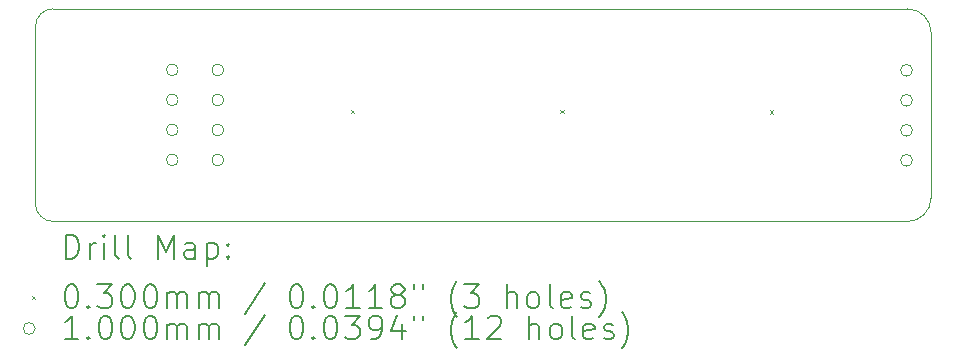
<source format=gbr>
%TF.GenerationSoftware,KiCad,Pcbnew,8.0.8*%
%TF.CreationDate,2025-10-01T21:52:52+01:00*%
%TF.ProjectId,3S_coinHolder_LIR1654.kicad_pro,33535f63-6f69-46e4-986f-6c6465725f4c,rev?*%
%TF.SameCoordinates,Original*%
%TF.FileFunction,Drillmap*%
%TF.FilePolarity,Positive*%
%FSLAX45Y45*%
G04 Gerber Fmt 4.5, Leading zero omitted, Abs format (unit mm)*
G04 Created by KiCad (PCBNEW 8.0.8) date 2025-10-01 21:52:52*
%MOMM*%
%LPD*%
G01*
G04 APERTURE LIST*
%ADD10C,0.050000*%
%ADD11C,0.200000*%
%ADD12C,0.100000*%
G04 APERTURE END LIST*
D10*
X11291421Y-10875000D02*
G75*
G02*
X11141420Y-10725000I-1J150000D01*
G01*
X18725000Y-9275000D02*
X18725000Y-10675000D01*
X18525000Y-9075000D02*
G75*
G02*
X18725000Y-9275000I0J-200000D01*
G01*
X18725000Y-10675000D02*
G75*
G02*
X18525000Y-10875000I-200000J0D01*
G01*
X11141421Y-9225000D02*
X11141421Y-10725000D01*
X18525000Y-10875000D02*
X11291421Y-10875000D01*
X18525000Y-9075000D02*
X11291421Y-9075000D01*
X11141421Y-9225000D02*
G75*
G02*
X11291421Y-9075001I149999J0D01*
G01*
D11*
D12*
X13810568Y-9930641D02*
X13840568Y-9960641D01*
X13840568Y-9930641D02*
X13810568Y-9960641D01*
X15585568Y-9930641D02*
X15615568Y-9960641D01*
X15615568Y-9930641D02*
X15585568Y-9960641D01*
X17358105Y-9933105D02*
X17388105Y-9963105D01*
X17388105Y-9933105D02*
X17358105Y-9963105D01*
X12350000Y-9592000D02*
G75*
G02*
X12250000Y-9592000I-50000J0D01*
G01*
X12250000Y-9592000D02*
G75*
G02*
X12350000Y-9592000I50000J0D01*
G01*
X12350000Y-9846000D02*
G75*
G02*
X12250000Y-9846000I-50000J0D01*
G01*
X12250000Y-9846000D02*
G75*
G02*
X12350000Y-9846000I50000J0D01*
G01*
X12350000Y-10100000D02*
G75*
G02*
X12250000Y-10100000I-50000J0D01*
G01*
X12250000Y-10100000D02*
G75*
G02*
X12350000Y-10100000I50000J0D01*
G01*
X12350000Y-10354000D02*
G75*
G02*
X12250000Y-10354000I-50000J0D01*
G01*
X12250000Y-10354000D02*
G75*
G02*
X12350000Y-10354000I50000J0D01*
G01*
X12735121Y-9593000D02*
G75*
G02*
X12635121Y-9593000I-50000J0D01*
G01*
X12635121Y-9593000D02*
G75*
G02*
X12735121Y-9593000I50000J0D01*
G01*
X12735121Y-9847000D02*
G75*
G02*
X12635121Y-9847000I-50000J0D01*
G01*
X12635121Y-9847000D02*
G75*
G02*
X12735121Y-9847000I50000J0D01*
G01*
X12735121Y-10101000D02*
G75*
G02*
X12635121Y-10101000I-50000J0D01*
G01*
X12635121Y-10101000D02*
G75*
G02*
X12735121Y-10101000I50000J0D01*
G01*
X12735121Y-10355000D02*
G75*
G02*
X12635121Y-10355000I-50000J0D01*
G01*
X12635121Y-10355000D02*
G75*
G02*
X12735121Y-10355000I50000J0D01*
G01*
X18566421Y-9595000D02*
G75*
G02*
X18466421Y-9595000I-50000J0D01*
G01*
X18466421Y-9595000D02*
G75*
G02*
X18566421Y-9595000I50000J0D01*
G01*
X18566421Y-9849000D02*
G75*
G02*
X18466421Y-9849000I-50000J0D01*
G01*
X18466421Y-9849000D02*
G75*
G02*
X18566421Y-9849000I50000J0D01*
G01*
X18566421Y-10103000D02*
G75*
G02*
X18466421Y-10103000I-50000J0D01*
G01*
X18466421Y-10103000D02*
G75*
G02*
X18566421Y-10103000I50000J0D01*
G01*
X18566421Y-10357000D02*
G75*
G02*
X18466421Y-10357000I-50000J0D01*
G01*
X18466421Y-10357000D02*
G75*
G02*
X18566421Y-10357000I50000J0D01*
G01*
D11*
X11399698Y-11188984D02*
X11399698Y-10988984D01*
X11399698Y-10988984D02*
X11447317Y-10988984D01*
X11447317Y-10988984D02*
X11475889Y-10998508D01*
X11475889Y-10998508D02*
X11494936Y-11017555D01*
X11494936Y-11017555D02*
X11504460Y-11036603D01*
X11504460Y-11036603D02*
X11513984Y-11074698D01*
X11513984Y-11074698D02*
X11513984Y-11103270D01*
X11513984Y-11103270D02*
X11504460Y-11141365D01*
X11504460Y-11141365D02*
X11494936Y-11160412D01*
X11494936Y-11160412D02*
X11475889Y-11179460D01*
X11475889Y-11179460D02*
X11447317Y-11188984D01*
X11447317Y-11188984D02*
X11399698Y-11188984D01*
X11599698Y-11188984D02*
X11599698Y-11055650D01*
X11599698Y-11093746D02*
X11609222Y-11074698D01*
X11609222Y-11074698D02*
X11618746Y-11065174D01*
X11618746Y-11065174D02*
X11637793Y-11055650D01*
X11637793Y-11055650D02*
X11656841Y-11055650D01*
X11723508Y-11188984D02*
X11723508Y-11055650D01*
X11723508Y-10988984D02*
X11713984Y-10998508D01*
X11713984Y-10998508D02*
X11723508Y-11008031D01*
X11723508Y-11008031D02*
X11733031Y-10998508D01*
X11733031Y-10998508D02*
X11723508Y-10988984D01*
X11723508Y-10988984D02*
X11723508Y-11008031D01*
X11847317Y-11188984D02*
X11828270Y-11179460D01*
X11828270Y-11179460D02*
X11818746Y-11160412D01*
X11818746Y-11160412D02*
X11818746Y-10988984D01*
X11952079Y-11188984D02*
X11933031Y-11179460D01*
X11933031Y-11179460D02*
X11923508Y-11160412D01*
X11923508Y-11160412D02*
X11923508Y-10988984D01*
X12180651Y-11188984D02*
X12180651Y-10988984D01*
X12180651Y-10988984D02*
X12247317Y-11131841D01*
X12247317Y-11131841D02*
X12313984Y-10988984D01*
X12313984Y-10988984D02*
X12313984Y-11188984D01*
X12494936Y-11188984D02*
X12494936Y-11084222D01*
X12494936Y-11084222D02*
X12485412Y-11065174D01*
X12485412Y-11065174D02*
X12466365Y-11055650D01*
X12466365Y-11055650D02*
X12428270Y-11055650D01*
X12428270Y-11055650D02*
X12409222Y-11065174D01*
X12494936Y-11179460D02*
X12475889Y-11188984D01*
X12475889Y-11188984D02*
X12428270Y-11188984D01*
X12428270Y-11188984D02*
X12409222Y-11179460D01*
X12409222Y-11179460D02*
X12399698Y-11160412D01*
X12399698Y-11160412D02*
X12399698Y-11141365D01*
X12399698Y-11141365D02*
X12409222Y-11122317D01*
X12409222Y-11122317D02*
X12428270Y-11112793D01*
X12428270Y-11112793D02*
X12475889Y-11112793D01*
X12475889Y-11112793D02*
X12494936Y-11103270D01*
X12590174Y-11055650D02*
X12590174Y-11255650D01*
X12590174Y-11065174D02*
X12609222Y-11055650D01*
X12609222Y-11055650D02*
X12647317Y-11055650D01*
X12647317Y-11055650D02*
X12666365Y-11065174D01*
X12666365Y-11065174D02*
X12675889Y-11074698D01*
X12675889Y-11074698D02*
X12685412Y-11093746D01*
X12685412Y-11093746D02*
X12685412Y-11150889D01*
X12685412Y-11150889D02*
X12675889Y-11169936D01*
X12675889Y-11169936D02*
X12666365Y-11179460D01*
X12666365Y-11179460D02*
X12647317Y-11188984D01*
X12647317Y-11188984D02*
X12609222Y-11188984D01*
X12609222Y-11188984D02*
X12590174Y-11179460D01*
X12771127Y-11169936D02*
X12780651Y-11179460D01*
X12780651Y-11179460D02*
X12771127Y-11188984D01*
X12771127Y-11188984D02*
X12761603Y-11179460D01*
X12761603Y-11179460D02*
X12771127Y-11169936D01*
X12771127Y-11169936D02*
X12771127Y-11188984D01*
X12771127Y-11065174D02*
X12780651Y-11074698D01*
X12780651Y-11074698D02*
X12771127Y-11084222D01*
X12771127Y-11084222D02*
X12761603Y-11074698D01*
X12761603Y-11074698D02*
X12771127Y-11065174D01*
X12771127Y-11065174D02*
X12771127Y-11084222D01*
D12*
X11108921Y-11502500D02*
X11138921Y-11532500D01*
X11138921Y-11502500D02*
X11108921Y-11532500D01*
D11*
X11437793Y-11408984D02*
X11456841Y-11408984D01*
X11456841Y-11408984D02*
X11475889Y-11418508D01*
X11475889Y-11418508D02*
X11485412Y-11428031D01*
X11485412Y-11428031D02*
X11494936Y-11447079D01*
X11494936Y-11447079D02*
X11504460Y-11485174D01*
X11504460Y-11485174D02*
X11504460Y-11532793D01*
X11504460Y-11532793D02*
X11494936Y-11570888D01*
X11494936Y-11570888D02*
X11485412Y-11589936D01*
X11485412Y-11589936D02*
X11475889Y-11599460D01*
X11475889Y-11599460D02*
X11456841Y-11608984D01*
X11456841Y-11608984D02*
X11437793Y-11608984D01*
X11437793Y-11608984D02*
X11418746Y-11599460D01*
X11418746Y-11599460D02*
X11409222Y-11589936D01*
X11409222Y-11589936D02*
X11399698Y-11570888D01*
X11399698Y-11570888D02*
X11390174Y-11532793D01*
X11390174Y-11532793D02*
X11390174Y-11485174D01*
X11390174Y-11485174D02*
X11399698Y-11447079D01*
X11399698Y-11447079D02*
X11409222Y-11428031D01*
X11409222Y-11428031D02*
X11418746Y-11418508D01*
X11418746Y-11418508D02*
X11437793Y-11408984D01*
X11590174Y-11589936D02*
X11599698Y-11599460D01*
X11599698Y-11599460D02*
X11590174Y-11608984D01*
X11590174Y-11608984D02*
X11580651Y-11599460D01*
X11580651Y-11599460D02*
X11590174Y-11589936D01*
X11590174Y-11589936D02*
X11590174Y-11608984D01*
X11666365Y-11408984D02*
X11790174Y-11408984D01*
X11790174Y-11408984D02*
X11723508Y-11485174D01*
X11723508Y-11485174D02*
X11752079Y-11485174D01*
X11752079Y-11485174D02*
X11771127Y-11494698D01*
X11771127Y-11494698D02*
X11780651Y-11504222D01*
X11780651Y-11504222D02*
X11790174Y-11523269D01*
X11790174Y-11523269D02*
X11790174Y-11570888D01*
X11790174Y-11570888D02*
X11780651Y-11589936D01*
X11780651Y-11589936D02*
X11771127Y-11599460D01*
X11771127Y-11599460D02*
X11752079Y-11608984D01*
X11752079Y-11608984D02*
X11694936Y-11608984D01*
X11694936Y-11608984D02*
X11675889Y-11599460D01*
X11675889Y-11599460D02*
X11666365Y-11589936D01*
X11913984Y-11408984D02*
X11933032Y-11408984D01*
X11933032Y-11408984D02*
X11952079Y-11418508D01*
X11952079Y-11418508D02*
X11961603Y-11428031D01*
X11961603Y-11428031D02*
X11971127Y-11447079D01*
X11971127Y-11447079D02*
X11980651Y-11485174D01*
X11980651Y-11485174D02*
X11980651Y-11532793D01*
X11980651Y-11532793D02*
X11971127Y-11570888D01*
X11971127Y-11570888D02*
X11961603Y-11589936D01*
X11961603Y-11589936D02*
X11952079Y-11599460D01*
X11952079Y-11599460D02*
X11933032Y-11608984D01*
X11933032Y-11608984D02*
X11913984Y-11608984D01*
X11913984Y-11608984D02*
X11894936Y-11599460D01*
X11894936Y-11599460D02*
X11885412Y-11589936D01*
X11885412Y-11589936D02*
X11875889Y-11570888D01*
X11875889Y-11570888D02*
X11866365Y-11532793D01*
X11866365Y-11532793D02*
X11866365Y-11485174D01*
X11866365Y-11485174D02*
X11875889Y-11447079D01*
X11875889Y-11447079D02*
X11885412Y-11428031D01*
X11885412Y-11428031D02*
X11894936Y-11418508D01*
X11894936Y-11418508D02*
X11913984Y-11408984D01*
X12104460Y-11408984D02*
X12123508Y-11408984D01*
X12123508Y-11408984D02*
X12142555Y-11418508D01*
X12142555Y-11418508D02*
X12152079Y-11428031D01*
X12152079Y-11428031D02*
X12161603Y-11447079D01*
X12161603Y-11447079D02*
X12171127Y-11485174D01*
X12171127Y-11485174D02*
X12171127Y-11532793D01*
X12171127Y-11532793D02*
X12161603Y-11570888D01*
X12161603Y-11570888D02*
X12152079Y-11589936D01*
X12152079Y-11589936D02*
X12142555Y-11599460D01*
X12142555Y-11599460D02*
X12123508Y-11608984D01*
X12123508Y-11608984D02*
X12104460Y-11608984D01*
X12104460Y-11608984D02*
X12085412Y-11599460D01*
X12085412Y-11599460D02*
X12075889Y-11589936D01*
X12075889Y-11589936D02*
X12066365Y-11570888D01*
X12066365Y-11570888D02*
X12056841Y-11532793D01*
X12056841Y-11532793D02*
X12056841Y-11485174D01*
X12056841Y-11485174D02*
X12066365Y-11447079D01*
X12066365Y-11447079D02*
X12075889Y-11428031D01*
X12075889Y-11428031D02*
X12085412Y-11418508D01*
X12085412Y-11418508D02*
X12104460Y-11408984D01*
X12256841Y-11608984D02*
X12256841Y-11475650D01*
X12256841Y-11494698D02*
X12266365Y-11485174D01*
X12266365Y-11485174D02*
X12285412Y-11475650D01*
X12285412Y-11475650D02*
X12313984Y-11475650D01*
X12313984Y-11475650D02*
X12333032Y-11485174D01*
X12333032Y-11485174D02*
X12342555Y-11504222D01*
X12342555Y-11504222D02*
X12342555Y-11608984D01*
X12342555Y-11504222D02*
X12352079Y-11485174D01*
X12352079Y-11485174D02*
X12371127Y-11475650D01*
X12371127Y-11475650D02*
X12399698Y-11475650D01*
X12399698Y-11475650D02*
X12418746Y-11485174D01*
X12418746Y-11485174D02*
X12428270Y-11504222D01*
X12428270Y-11504222D02*
X12428270Y-11608984D01*
X12523508Y-11608984D02*
X12523508Y-11475650D01*
X12523508Y-11494698D02*
X12533032Y-11485174D01*
X12533032Y-11485174D02*
X12552079Y-11475650D01*
X12552079Y-11475650D02*
X12580651Y-11475650D01*
X12580651Y-11475650D02*
X12599698Y-11485174D01*
X12599698Y-11485174D02*
X12609222Y-11504222D01*
X12609222Y-11504222D02*
X12609222Y-11608984D01*
X12609222Y-11504222D02*
X12618746Y-11485174D01*
X12618746Y-11485174D02*
X12637793Y-11475650D01*
X12637793Y-11475650D02*
X12666365Y-11475650D01*
X12666365Y-11475650D02*
X12685413Y-11485174D01*
X12685413Y-11485174D02*
X12694936Y-11504222D01*
X12694936Y-11504222D02*
X12694936Y-11608984D01*
X13085413Y-11399460D02*
X12913984Y-11656603D01*
X13342555Y-11408984D02*
X13361603Y-11408984D01*
X13361603Y-11408984D02*
X13380651Y-11418508D01*
X13380651Y-11418508D02*
X13390175Y-11428031D01*
X13390175Y-11428031D02*
X13399698Y-11447079D01*
X13399698Y-11447079D02*
X13409222Y-11485174D01*
X13409222Y-11485174D02*
X13409222Y-11532793D01*
X13409222Y-11532793D02*
X13399698Y-11570888D01*
X13399698Y-11570888D02*
X13390175Y-11589936D01*
X13390175Y-11589936D02*
X13380651Y-11599460D01*
X13380651Y-11599460D02*
X13361603Y-11608984D01*
X13361603Y-11608984D02*
X13342555Y-11608984D01*
X13342555Y-11608984D02*
X13323508Y-11599460D01*
X13323508Y-11599460D02*
X13313984Y-11589936D01*
X13313984Y-11589936D02*
X13304460Y-11570888D01*
X13304460Y-11570888D02*
X13294936Y-11532793D01*
X13294936Y-11532793D02*
X13294936Y-11485174D01*
X13294936Y-11485174D02*
X13304460Y-11447079D01*
X13304460Y-11447079D02*
X13313984Y-11428031D01*
X13313984Y-11428031D02*
X13323508Y-11418508D01*
X13323508Y-11418508D02*
X13342555Y-11408984D01*
X13494936Y-11589936D02*
X13504460Y-11599460D01*
X13504460Y-11599460D02*
X13494936Y-11608984D01*
X13494936Y-11608984D02*
X13485413Y-11599460D01*
X13485413Y-11599460D02*
X13494936Y-11589936D01*
X13494936Y-11589936D02*
X13494936Y-11608984D01*
X13628270Y-11408984D02*
X13647317Y-11408984D01*
X13647317Y-11408984D02*
X13666365Y-11418508D01*
X13666365Y-11418508D02*
X13675889Y-11428031D01*
X13675889Y-11428031D02*
X13685413Y-11447079D01*
X13685413Y-11447079D02*
X13694936Y-11485174D01*
X13694936Y-11485174D02*
X13694936Y-11532793D01*
X13694936Y-11532793D02*
X13685413Y-11570888D01*
X13685413Y-11570888D02*
X13675889Y-11589936D01*
X13675889Y-11589936D02*
X13666365Y-11599460D01*
X13666365Y-11599460D02*
X13647317Y-11608984D01*
X13647317Y-11608984D02*
X13628270Y-11608984D01*
X13628270Y-11608984D02*
X13609222Y-11599460D01*
X13609222Y-11599460D02*
X13599698Y-11589936D01*
X13599698Y-11589936D02*
X13590175Y-11570888D01*
X13590175Y-11570888D02*
X13580651Y-11532793D01*
X13580651Y-11532793D02*
X13580651Y-11485174D01*
X13580651Y-11485174D02*
X13590175Y-11447079D01*
X13590175Y-11447079D02*
X13599698Y-11428031D01*
X13599698Y-11428031D02*
X13609222Y-11418508D01*
X13609222Y-11418508D02*
X13628270Y-11408984D01*
X13885413Y-11608984D02*
X13771127Y-11608984D01*
X13828270Y-11608984D02*
X13828270Y-11408984D01*
X13828270Y-11408984D02*
X13809222Y-11437555D01*
X13809222Y-11437555D02*
X13790175Y-11456603D01*
X13790175Y-11456603D02*
X13771127Y-11466127D01*
X14075889Y-11608984D02*
X13961603Y-11608984D01*
X14018746Y-11608984D02*
X14018746Y-11408984D01*
X14018746Y-11408984D02*
X13999698Y-11437555D01*
X13999698Y-11437555D02*
X13980651Y-11456603D01*
X13980651Y-11456603D02*
X13961603Y-11466127D01*
X14190175Y-11494698D02*
X14171127Y-11485174D01*
X14171127Y-11485174D02*
X14161603Y-11475650D01*
X14161603Y-11475650D02*
X14152079Y-11456603D01*
X14152079Y-11456603D02*
X14152079Y-11447079D01*
X14152079Y-11447079D02*
X14161603Y-11428031D01*
X14161603Y-11428031D02*
X14171127Y-11418508D01*
X14171127Y-11418508D02*
X14190175Y-11408984D01*
X14190175Y-11408984D02*
X14228270Y-11408984D01*
X14228270Y-11408984D02*
X14247317Y-11418508D01*
X14247317Y-11418508D02*
X14256841Y-11428031D01*
X14256841Y-11428031D02*
X14266365Y-11447079D01*
X14266365Y-11447079D02*
X14266365Y-11456603D01*
X14266365Y-11456603D02*
X14256841Y-11475650D01*
X14256841Y-11475650D02*
X14247317Y-11485174D01*
X14247317Y-11485174D02*
X14228270Y-11494698D01*
X14228270Y-11494698D02*
X14190175Y-11494698D01*
X14190175Y-11494698D02*
X14171127Y-11504222D01*
X14171127Y-11504222D02*
X14161603Y-11513746D01*
X14161603Y-11513746D02*
X14152079Y-11532793D01*
X14152079Y-11532793D02*
X14152079Y-11570888D01*
X14152079Y-11570888D02*
X14161603Y-11589936D01*
X14161603Y-11589936D02*
X14171127Y-11599460D01*
X14171127Y-11599460D02*
X14190175Y-11608984D01*
X14190175Y-11608984D02*
X14228270Y-11608984D01*
X14228270Y-11608984D02*
X14247317Y-11599460D01*
X14247317Y-11599460D02*
X14256841Y-11589936D01*
X14256841Y-11589936D02*
X14266365Y-11570888D01*
X14266365Y-11570888D02*
X14266365Y-11532793D01*
X14266365Y-11532793D02*
X14256841Y-11513746D01*
X14256841Y-11513746D02*
X14247317Y-11504222D01*
X14247317Y-11504222D02*
X14228270Y-11494698D01*
X14342556Y-11408984D02*
X14342556Y-11447079D01*
X14418746Y-11408984D02*
X14418746Y-11447079D01*
X14713984Y-11685174D02*
X14704460Y-11675650D01*
X14704460Y-11675650D02*
X14685413Y-11647079D01*
X14685413Y-11647079D02*
X14675889Y-11628031D01*
X14675889Y-11628031D02*
X14666365Y-11599460D01*
X14666365Y-11599460D02*
X14656841Y-11551841D01*
X14656841Y-11551841D02*
X14656841Y-11513746D01*
X14656841Y-11513746D02*
X14666365Y-11466127D01*
X14666365Y-11466127D02*
X14675889Y-11437555D01*
X14675889Y-11437555D02*
X14685413Y-11418508D01*
X14685413Y-11418508D02*
X14704460Y-11389936D01*
X14704460Y-11389936D02*
X14713984Y-11380412D01*
X14771127Y-11408984D02*
X14894937Y-11408984D01*
X14894937Y-11408984D02*
X14828270Y-11485174D01*
X14828270Y-11485174D02*
X14856841Y-11485174D01*
X14856841Y-11485174D02*
X14875889Y-11494698D01*
X14875889Y-11494698D02*
X14885413Y-11504222D01*
X14885413Y-11504222D02*
X14894937Y-11523269D01*
X14894937Y-11523269D02*
X14894937Y-11570888D01*
X14894937Y-11570888D02*
X14885413Y-11589936D01*
X14885413Y-11589936D02*
X14875889Y-11599460D01*
X14875889Y-11599460D02*
X14856841Y-11608984D01*
X14856841Y-11608984D02*
X14799698Y-11608984D01*
X14799698Y-11608984D02*
X14780651Y-11599460D01*
X14780651Y-11599460D02*
X14771127Y-11589936D01*
X15133032Y-11608984D02*
X15133032Y-11408984D01*
X15218746Y-11608984D02*
X15218746Y-11504222D01*
X15218746Y-11504222D02*
X15209222Y-11485174D01*
X15209222Y-11485174D02*
X15190175Y-11475650D01*
X15190175Y-11475650D02*
X15161603Y-11475650D01*
X15161603Y-11475650D02*
X15142556Y-11485174D01*
X15142556Y-11485174D02*
X15133032Y-11494698D01*
X15342556Y-11608984D02*
X15323508Y-11599460D01*
X15323508Y-11599460D02*
X15313984Y-11589936D01*
X15313984Y-11589936D02*
X15304460Y-11570888D01*
X15304460Y-11570888D02*
X15304460Y-11513746D01*
X15304460Y-11513746D02*
X15313984Y-11494698D01*
X15313984Y-11494698D02*
X15323508Y-11485174D01*
X15323508Y-11485174D02*
X15342556Y-11475650D01*
X15342556Y-11475650D02*
X15371127Y-11475650D01*
X15371127Y-11475650D02*
X15390175Y-11485174D01*
X15390175Y-11485174D02*
X15399699Y-11494698D01*
X15399699Y-11494698D02*
X15409222Y-11513746D01*
X15409222Y-11513746D02*
X15409222Y-11570888D01*
X15409222Y-11570888D02*
X15399699Y-11589936D01*
X15399699Y-11589936D02*
X15390175Y-11599460D01*
X15390175Y-11599460D02*
X15371127Y-11608984D01*
X15371127Y-11608984D02*
X15342556Y-11608984D01*
X15523508Y-11608984D02*
X15504460Y-11599460D01*
X15504460Y-11599460D02*
X15494937Y-11580412D01*
X15494937Y-11580412D02*
X15494937Y-11408984D01*
X15675889Y-11599460D02*
X15656841Y-11608984D01*
X15656841Y-11608984D02*
X15618746Y-11608984D01*
X15618746Y-11608984D02*
X15599699Y-11599460D01*
X15599699Y-11599460D02*
X15590175Y-11580412D01*
X15590175Y-11580412D02*
X15590175Y-11504222D01*
X15590175Y-11504222D02*
X15599699Y-11485174D01*
X15599699Y-11485174D02*
X15618746Y-11475650D01*
X15618746Y-11475650D02*
X15656841Y-11475650D01*
X15656841Y-11475650D02*
X15675889Y-11485174D01*
X15675889Y-11485174D02*
X15685413Y-11504222D01*
X15685413Y-11504222D02*
X15685413Y-11523269D01*
X15685413Y-11523269D02*
X15590175Y-11542317D01*
X15761603Y-11599460D02*
X15780651Y-11608984D01*
X15780651Y-11608984D02*
X15818746Y-11608984D01*
X15818746Y-11608984D02*
X15837794Y-11599460D01*
X15837794Y-11599460D02*
X15847318Y-11580412D01*
X15847318Y-11580412D02*
X15847318Y-11570888D01*
X15847318Y-11570888D02*
X15837794Y-11551841D01*
X15837794Y-11551841D02*
X15818746Y-11542317D01*
X15818746Y-11542317D02*
X15790175Y-11542317D01*
X15790175Y-11542317D02*
X15771127Y-11532793D01*
X15771127Y-11532793D02*
X15761603Y-11513746D01*
X15761603Y-11513746D02*
X15761603Y-11504222D01*
X15761603Y-11504222D02*
X15771127Y-11485174D01*
X15771127Y-11485174D02*
X15790175Y-11475650D01*
X15790175Y-11475650D02*
X15818746Y-11475650D01*
X15818746Y-11475650D02*
X15837794Y-11485174D01*
X15913984Y-11685174D02*
X15923508Y-11675650D01*
X15923508Y-11675650D02*
X15942556Y-11647079D01*
X15942556Y-11647079D02*
X15952080Y-11628031D01*
X15952080Y-11628031D02*
X15961603Y-11599460D01*
X15961603Y-11599460D02*
X15971127Y-11551841D01*
X15971127Y-11551841D02*
X15971127Y-11513746D01*
X15971127Y-11513746D02*
X15961603Y-11466127D01*
X15961603Y-11466127D02*
X15952080Y-11437555D01*
X15952080Y-11437555D02*
X15942556Y-11418508D01*
X15942556Y-11418508D02*
X15923508Y-11389936D01*
X15923508Y-11389936D02*
X15913984Y-11380412D01*
D12*
X11138921Y-11781500D02*
G75*
G02*
X11038921Y-11781500I-50000J0D01*
G01*
X11038921Y-11781500D02*
G75*
G02*
X11138921Y-11781500I50000J0D01*
G01*
D11*
X11504460Y-11872984D02*
X11390174Y-11872984D01*
X11447317Y-11872984D02*
X11447317Y-11672984D01*
X11447317Y-11672984D02*
X11428270Y-11701555D01*
X11428270Y-11701555D02*
X11409222Y-11720603D01*
X11409222Y-11720603D02*
X11390174Y-11730127D01*
X11590174Y-11853936D02*
X11599698Y-11863460D01*
X11599698Y-11863460D02*
X11590174Y-11872984D01*
X11590174Y-11872984D02*
X11580651Y-11863460D01*
X11580651Y-11863460D02*
X11590174Y-11853936D01*
X11590174Y-11853936D02*
X11590174Y-11872984D01*
X11723508Y-11672984D02*
X11742555Y-11672984D01*
X11742555Y-11672984D02*
X11761603Y-11682508D01*
X11761603Y-11682508D02*
X11771127Y-11692031D01*
X11771127Y-11692031D02*
X11780651Y-11711079D01*
X11780651Y-11711079D02*
X11790174Y-11749174D01*
X11790174Y-11749174D02*
X11790174Y-11796793D01*
X11790174Y-11796793D02*
X11780651Y-11834888D01*
X11780651Y-11834888D02*
X11771127Y-11853936D01*
X11771127Y-11853936D02*
X11761603Y-11863460D01*
X11761603Y-11863460D02*
X11742555Y-11872984D01*
X11742555Y-11872984D02*
X11723508Y-11872984D01*
X11723508Y-11872984D02*
X11704460Y-11863460D01*
X11704460Y-11863460D02*
X11694936Y-11853936D01*
X11694936Y-11853936D02*
X11685412Y-11834888D01*
X11685412Y-11834888D02*
X11675889Y-11796793D01*
X11675889Y-11796793D02*
X11675889Y-11749174D01*
X11675889Y-11749174D02*
X11685412Y-11711079D01*
X11685412Y-11711079D02*
X11694936Y-11692031D01*
X11694936Y-11692031D02*
X11704460Y-11682508D01*
X11704460Y-11682508D02*
X11723508Y-11672984D01*
X11913984Y-11672984D02*
X11933032Y-11672984D01*
X11933032Y-11672984D02*
X11952079Y-11682508D01*
X11952079Y-11682508D02*
X11961603Y-11692031D01*
X11961603Y-11692031D02*
X11971127Y-11711079D01*
X11971127Y-11711079D02*
X11980651Y-11749174D01*
X11980651Y-11749174D02*
X11980651Y-11796793D01*
X11980651Y-11796793D02*
X11971127Y-11834888D01*
X11971127Y-11834888D02*
X11961603Y-11853936D01*
X11961603Y-11853936D02*
X11952079Y-11863460D01*
X11952079Y-11863460D02*
X11933032Y-11872984D01*
X11933032Y-11872984D02*
X11913984Y-11872984D01*
X11913984Y-11872984D02*
X11894936Y-11863460D01*
X11894936Y-11863460D02*
X11885412Y-11853936D01*
X11885412Y-11853936D02*
X11875889Y-11834888D01*
X11875889Y-11834888D02*
X11866365Y-11796793D01*
X11866365Y-11796793D02*
X11866365Y-11749174D01*
X11866365Y-11749174D02*
X11875889Y-11711079D01*
X11875889Y-11711079D02*
X11885412Y-11692031D01*
X11885412Y-11692031D02*
X11894936Y-11682508D01*
X11894936Y-11682508D02*
X11913984Y-11672984D01*
X12104460Y-11672984D02*
X12123508Y-11672984D01*
X12123508Y-11672984D02*
X12142555Y-11682508D01*
X12142555Y-11682508D02*
X12152079Y-11692031D01*
X12152079Y-11692031D02*
X12161603Y-11711079D01*
X12161603Y-11711079D02*
X12171127Y-11749174D01*
X12171127Y-11749174D02*
X12171127Y-11796793D01*
X12171127Y-11796793D02*
X12161603Y-11834888D01*
X12161603Y-11834888D02*
X12152079Y-11853936D01*
X12152079Y-11853936D02*
X12142555Y-11863460D01*
X12142555Y-11863460D02*
X12123508Y-11872984D01*
X12123508Y-11872984D02*
X12104460Y-11872984D01*
X12104460Y-11872984D02*
X12085412Y-11863460D01*
X12085412Y-11863460D02*
X12075889Y-11853936D01*
X12075889Y-11853936D02*
X12066365Y-11834888D01*
X12066365Y-11834888D02*
X12056841Y-11796793D01*
X12056841Y-11796793D02*
X12056841Y-11749174D01*
X12056841Y-11749174D02*
X12066365Y-11711079D01*
X12066365Y-11711079D02*
X12075889Y-11692031D01*
X12075889Y-11692031D02*
X12085412Y-11682508D01*
X12085412Y-11682508D02*
X12104460Y-11672984D01*
X12256841Y-11872984D02*
X12256841Y-11739650D01*
X12256841Y-11758698D02*
X12266365Y-11749174D01*
X12266365Y-11749174D02*
X12285412Y-11739650D01*
X12285412Y-11739650D02*
X12313984Y-11739650D01*
X12313984Y-11739650D02*
X12333032Y-11749174D01*
X12333032Y-11749174D02*
X12342555Y-11768222D01*
X12342555Y-11768222D02*
X12342555Y-11872984D01*
X12342555Y-11768222D02*
X12352079Y-11749174D01*
X12352079Y-11749174D02*
X12371127Y-11739650D01*
X12371127Y-11739650D02*
X12399698Y-11739650D01*
X12399698Y-11739650D02*
X12418746Y-11749174D01*
X12418746Y-11749174D02*
X12428270Y-11768222D01*
X12428270Y-11768222D02*
X12428270Y-11872984D01*
X12523508Y-11872984D02*
X12523508Y-11739650D01*
X12523508Y-11758698D02*
X12533032Y-11749174D01*
X12533032Y-11749174D02*
X12552079Y-11739650D01*
X12552079Y-11739650D02*
X12580651Y-11739650D01*
X12580651Y-11739650D02*
X12599698Y-11749174D01*
X12599698Y-11749174D02*
X12609222Y-11768222D01*
X12609222Y-11768222D02*
X12609222Y-11872984D01*
X12609222Y-11768222D02*
X12618746Y-11749174D01*
X12618746Y-11749174D02*
X12637793Y-11739650D01*
X12637793Y-11739650D02*
X12666365Y-11739650D01*
X12666365Y-11739650D02*
X12685413Y-11749174D01*
X12685413Y-11749174D02*
X12694936Y-11768222D01*
X12694936Y-11768222D02*
X12694936Y-11872984D01*
X13085413Y-11663460D02*
X12913984Y-11920603D01*
X13342555Y-11672984D02*
X13361603Y-11672984D01*
X13361603Y-11672984D02*
X13380651Y-11682508D01*
X13380651Y-11682508D02*
X13390175Y-11692031D01*
X13390175Y-11692031D02*
X13399698Y-11711079D01*
X13399698Y-11711079D02*
X13409222Y-11749174D01*
X13409222Y-11749174D02*
X13409222Y-11796793D01*
X13409222Y-11796793D02*
X13399698Y-11834888D01*
X13399698Y-11834888D02*
X13390175Y-11853936D01*
X13390175Y-11853936D02*
X13380651Y-11863460D01*
X13380651Y-11863460D02*
X13361603Y-11872984D01*
X13361603Y-11872984D02*
X13342555Y-11872984D01*
X13342555Y-11872984D02*
X13323508Y-11863460D01*
X13323508Y-11863460D02*
X13313984Y-11853936D01*
X13313984Y-11853936D02*
X13304460Y-11834888D01*
X13304460Y-11834888D02*
X13294936Y-11796793D01*
X13294936Y-11796793D02*
X13294936Y-11749174D01*
X13294936Y-11749174D02*
X13304460Y-11711079D01*
X13304460Y-11711079D02*
X13313984Y-11692031D01*
X13313984Y-11692031D02*
X13323508Y-11682508D01*
X13323508Y-11682508D02*
X13342555Y-11672984D01*
X13494936Y-11853936D02*
X13504460Y-11863460D01*
X13504460Y-11863460D02*
X13494936Y-11872984D01*
X13494936Y-11872984D02*
X13485413Y-11863460D01*
X13485413Y-11863460D02*
X13494936Y-11853936D01*
X13494936Y-11853936D02*
X13494936Y-11872984D01*
X13628270Y-11672984D02*
X13647317Y-11672984D01*
X13647317Y-11672984D02*
X13666365Y-11682508D01*
X13666365Y-11682508D02*
X13675889Y-11692031D01*
X13675889Y-11692031D02*
X13685413Y-11711079D01*
X13685413Y-11711079D02*
X13694936Y-11749174D01*
X13694936Y-11749174D02*
X13694936Y-11796793D01*
X13694936Y-11796793D02*
X13685413Y-11834888D01*
X13685413Y-11834888D02*
X13675889Y-11853936D01*
X13675889Y-11853936D02*
X13666365Y-11863460D01*
X13666365Y-11863460D02*
X13647317Y-11872984D01*
X13647317Y-11872984D02*
X13628270Y-11872984D01*
X13628270Y-11872984D02*
X13609222Y-11863460D01*
X13609222Y-11863460D02*
X13599698Y-11853936D01*
X13599698Y-11853936D02*
X13590175Y-11834888D01*
X13590175Y-11834888D02*
X13580651Y-11796793D01*
X13580651Y-11796793D02*
X13580651Y-11749174D01*
X13580651Y-11749174D02*
X13590175Y-11711079D01*
X13590175Y-11711079D02*
X13599698Y-11692031D01*
X13599698Y-11692031D02*
X13609222Y-11682508D01*
X13609222Y-11682508D02*
X13628270Y-11672984D01*
X13761603Y-11672984D02*
X13885413Y-11672984D01*
X13885413Y-11672984D02*
X13818746Y-11749174D01*
X13818746Y-11749174D02*
X13847317Y-11749174D01*
X13847317Y-11749174D02*
X13866365Y-11758698D01*
X13866365Y-11758698D02*
X13875889Y-11768222D01*
X13875889Y-11768222D02*
X13885413Y-11787269D01*
X13885413Y-11787269D02*
X13885413Y-11834888D01*
X13885413Y-11834888D02*
X13875889Y-11853936D01*
X13875889Y-11853936D02*
X13866365Y-11863460D01*
X13866365Y-11863460D02*
X13847317Y-11872984D01*
X13847317Y-11872984D02*
X13790175Y-11872984D01*
X13790175Y-11872984D02*
X13771127Y-11863460D01*
X13771127Y-11863460D02*
X13761603Y-11853936D01*
X13980651Y-11872984D02*
X14018746Y-11872984D01*
X14018746Y-11872984D02*
X14037794Y-11863460D01*
X14037794Y-11863460D02*
X14047317Y-11853936D01*
X14047317Y-11853936D02*
X14066365Y-11825365D01*
X14066365Y-11825365D02*
X14075889Y-11787269D01*
X14075889Y-11787269D02*
X14075889Y-11711079D01*
X14075889Y-11711079D02*
X14066365Y-11692031D01*
X14066365Y-11692031D02*
X14056841Y-11682508D01*
X14056841Y-11682508D02*
X14037794Y-11672984D01*
X14037794Y-11672984D02*
X13999698Y-11672984D01*
X13999698Y-11672984D02*
X13980651Y-11682508D01*
X13980651Y-11682508D02*
X13971127Y-11692031D01*
X13971127Y-11692031D02*
X13961603Y-11711079D01*
X13961603Y-11711079D02*
X13961603Y-11758698D01*
X13961603Y-11758698D02*
X13971127Y-11777746D01*
X13971127Y-11777746D02*
X13980651Y-11787269D01*
X13980651Y-11787269D02*
X13999698Y-11796793D01*
X13999698Y-11796793D02*
X14037794Y-11796793D01*
X14037794Y-11796793D02*
X14056841Y-11787269D01*
X14056841Y-11787269D02*
X14066365Y-11777746D01*
X14066365Y-11777746D02*
X14075889Y-11758698D01*
X14247317Y-11739650D02*
X14247317Y-11872984D01*
X14199698Y-11663460D02*
X14152079Y-11806317D01*
X14152079Y-11806317D02*
X14275889Y-11806317D01*
X14342556Y-11672984D02*
X14342556Y-11711079D01*
X14418746Y-11672984D02*
X14418746Y-11711079D01*
X14713984Y-11949174D02*
X14704460Y-11939650D01*
X14704460Y-11939650D02*
X14685413Y-11911079D01*
X14685413Y-11911079D02*
X14675889Y-11892031D01*
X14675889Y-11892031D02*
X14666365Y-11863460D01*
X14666365Y-11863460D02*
X14656841Y-11815841D01*
X14656841Y-11815841D02*
X14656841Y-11777746D01*
X14656841Y-11777746D02*
X14666365Y-11730127D01*
X14666365Y-11730127D02*
X14675889Y-11701555D01*
X14675889Y-11701555D02*
X14685413Y-11682508D01*
X14685413Y-11682508D02*
X14704460Y-11653936D01*
X14704460Y-11653936D02*
X14713984Y-11644412D01*
X14894937Y-11872984D02*
X14780651Y-11872984D01*
X14837794Y-11872984D02*
X14837794Y-11672984D01*
X14837794Y-11672984D02*
X14818746Y-11701555D01*
X14818746Y-11701555D02*
X14799698Y-11720603D01*
X14799698Y-11720603D02*
X14780651Y-11730127D01*
X14971127Y-11692031D02*
X14980651Y-11682508D01*
X14980651Y-11682508D02*
X14999698Y-11672984D01*
X14999698Y-11672984D02*
X15047318Y-11672984D01*
X15047318Y-11672984D02*
X15066365Y-11682508D01*
X15066365Y-11682508D02*
X15075889Y-11692031D01*
X15075889Y-11692031D02*
X15085413Y-11711079D01*
X15085413Y-11711079D02*
X15085413Y-11730127D01*
X15085413Y-11730127D02*
X15075889Y-11758698D01*
X15075889Y-11758698D02*
X14961603Y-11872984D01*
X14961603Y-11872984D02*
X15085413Y-11872984D01*
X15323508Y-11872984D02*
X15323508Y-11672984D01*
X15409222Y-11872984D02*
X15409222Y-11768222D01*
X15409222Y-11768222D02*
X15399699Y-11749174D01*
X15399699Y-11749174D02*
X15380651Y-11739650D01*
X15380651Y-11739650D02*
X15352079Y-11739650D01*
X15352079Y-11739650D02*
X15333032Y-11749174D01*
X15333032Y-11749174D02*
X15323508Y-11758698D01*
X15533032Y-11872984D02*
X15513984Y-11863460D01*
X15513984Y-11863460D02*
X15504460Y-11853936D01*
X15504460Y-11853936D02*
X15494937Y-11834888D01*
X15494937Y-11834888D02*
X15494937Y-11777746D01*
X15494937Y-11777746D02*
X15504460Y-11758698D01*
X15504460Y-11758698D02*
X15513984Y-11749174D01*
X15513984Y-11749174D02*
X15533032Y-11739650D01*
X15533032Y-11739650D02*
X15561603Y-11739650D01*
X15561603Y-11739650D02*
X15580651Y-11749174D01*
X15580651Y-11749174D02*
X15590175Y-11758698D01*
X15590175Y-11758698D02*
X15599699Y-11777746D01*
X15599699Y-11777746D02*
X15599699Y-11834888D01*
X15599699Y-11834888D02*
X15590175Y-11853936D01*
X15590175Y-11853936D02*
X15580651Y-11863460D01*
X15580651Y-11863460D02*
X15561603Y-11872984D01*
X15561603Y-11872984D02*
X15533032Y-11872984D01*
X15713984Y-11872984D02*
X15694937Y-11863460D01*
X15694937Y-11863460D02*
X15685413Y-11844412D01*
X15685413Y-11844412D02*
X15685413Y-11672984D01*
X15866365Y-11863460D02*
X15847318Y-11872984D01*
X15847318Y-11872984D02*
X15809222Y-11872984D01*
X15809222Y-11872984D02*
X15790175Y-11863460D01*
X15790175Y-11863460D02*
X15780651Y-11844412D01*
X15780651Y-11844412D02*
X15780651Y-11768222D01*
X15780651Y-11768222D02*
X15790175Y-11749174D01*
X15790175Y-11749174D02*
X15809222Y-11739650D01*
X15809222Y-11739650D02*
X15847318Y-11739650D01*
X15847318Y-11739650D02*
X15866365Y-11749174D01*
X15866365Y-11749174D02*
X15875889Y-11768222D01*
X15875889Y-11768222D02*
X15875889Y-11787269D01*
X15875889Y-11787269D02*
X15780651Y-11806317D01*
X15952080Y-11863460D02*
X15971127Y-11872984D01*
X15971127Y-11872984D02*
X16009222Y-11872984D01*
X16009222Y-11872984D02*
X16028270Y-11863460D01*
X16028270Y-11863460D02*
X16037794Y-11844412D01*
X16037794Y-11844412D02*
X16037794Y-11834888D01*
X16037794Y-11834888D02*
X16028270Y-11815841D01*
X16028270Y-11815841D02*
X16009222Y-11806317D01*
X16009222Y-11806317D02*
X15980651Y-11806317D01*
X15980651Y-11806317D02*
X15961603Y-11796793D01*
X15961603Y-11796793D02*
X15952080Y-11777746D01*
X15952080Y-11777746D02*
X15952080Y-11768222D01*
X15952080Y-11768222D02*
X15961603Y-11749174D01*
X15961603Y-11749174D02*
X15980651Y-11739650D01*
X15980651Y-11739650D02*
X16009222Y-11739650D01*
X16009222Y-11739650D02*
X16028270Y-11749174D01*
X16104461Y-11949174D02*
X16113984Y-11939650D01*
X16113984Y-11939650D02*
X16133032Y-11911079D01*
X16133032Y-11911079D02*
X16142556Y-11892031D01*
X16142556Y-11892031D02*
X16152080Y-11863460D01*
X16152080Y-11863460D02*
X16161603Y-11815841D01*
X16161603Y-11815841D02*
X16161603Y-11777746D01*
X16161603Y-11777746D02*
X16152080Y-11730127D01*
X16152080Y-11730127D02*
X16142556Y-11701555D01*
X16142556Y-11701555D02*
X16133032Y-11682508D01*
X16133032Y-11682508D02*
X16113984Y-11653936D01*
X16113984Y-11653936D02*
X16104461Y-11644412D01*
M02*

</source>
